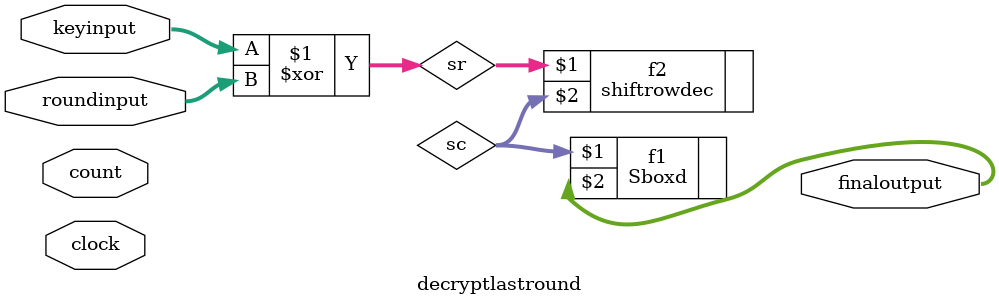
<source format=v>
module decryptlastround(clock,count,roundinput,keyinput,finaloutput);
input clock;
input [3:0]count;
input [127:0]roundinput;
input [127:0]keyinput;
output [127:0]finaloutput;

wire [127:0] sc,sr,mcl;

Sboxd f1(sc,finaloutput);
shiftrowdec f2(sr,sc);
assign sr= keyinput^roundinput;

endmodule

</source>
